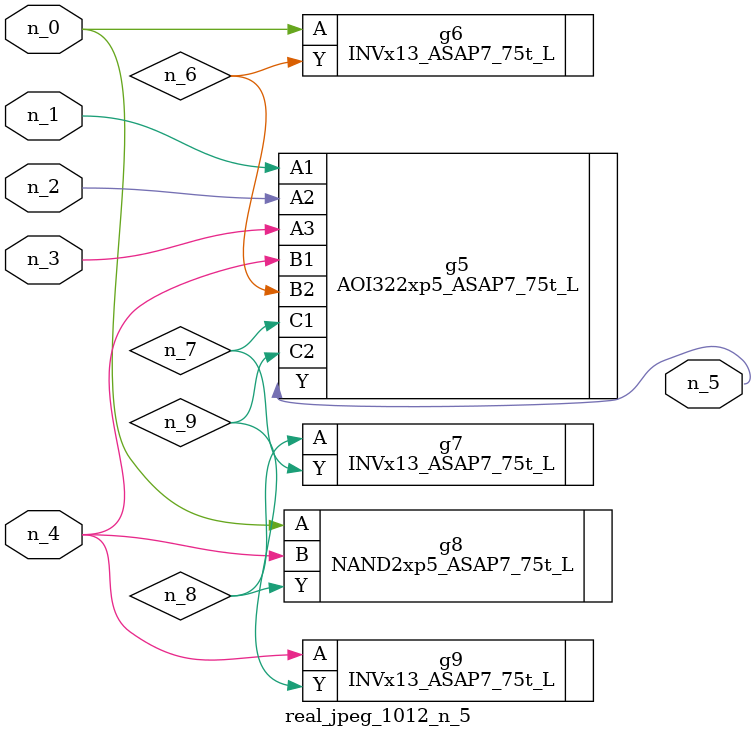
<source format=v>
module real_jpeg_1012_n_5 (n_4, n_0, n_1, n_2, n_3, n_5);

input n_4;
input n_0;
input n_1;
input n_2;
input n_3;

output n_5;

wire n_8;
wire n_6;
wire n_7;
wire n_9;

INVx13_ASAP7_75t_L g6 ( 
.A(n_0),
.Y(n_6)
);

NAND2xp5_ASAP7_75t_L g8 ( 
.A(n_0),
.B(n_4),
.Y(n_8)
);

AOI322xp5_ASAP7_75t_L g5 ( 
.A1(n_1),
.A2(n_2),
.A3(n_3),
.B1(n_4),
.B2(n_6),
.C1(n_7),
.C2(n_9),
.Y(n_5)
);

INVx13_ASAP7_75t_L g9 ( 
.A(n_4),
.Y(n_9)
);

INVx13_ASAP7_75t_L g7 ( 
.A(n_8),
.Y(n_7)
);


endmodule
</source>
